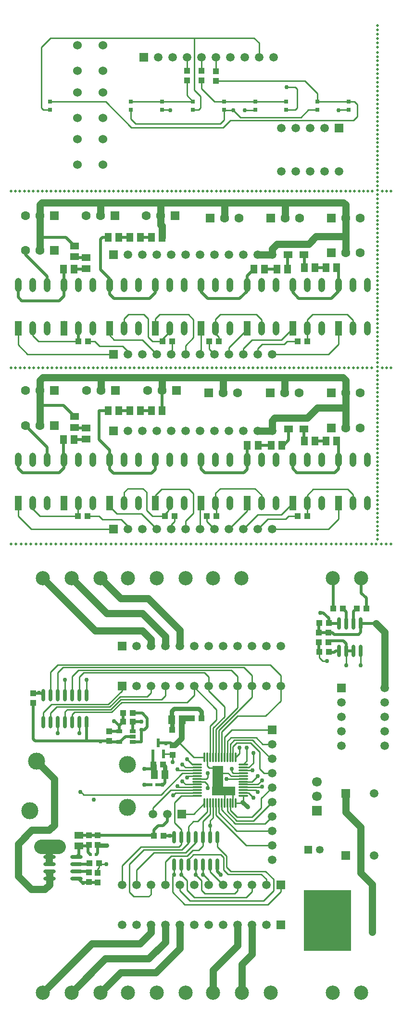
<source format=gtl>
%FSDAX24Y24*%
%MOIN*%
%SFA1B1*%

%IPPOS*%
%ADD10R,0.039400X0.043300*%
%ADD11O,0.023600X0.086600*%
%ADD12R,0.043300X0.039400*%
%ADD13R,0.051200X0.059100*%
%ADD14R,0.059100X0.051200*%
%ADD15R,0.031500X0.031500*%
%ADD16R,0.023600X0.019700*%
%ADD17O,0.070900X0.011800*%
%ADD18O,0.011800X0.070900*%
%ADD19R,0.043300X0.025600*%
%ADD20R,0.023600X0.059100*%
%ADD21O,0.086600X0.023600*%
%ADD22C,0.010000*%
%ADD23C,0.020000*%
%ADD24C,0.050000*%
%ADD25C,0.030000*%
%ADD26C,0.040000*%
%ADD27C,0.100000*%
%ADD28R,0.160000X0.060000*%
%ADD29R,0.075000X0.205000*%
%ADD30R,0.325000X0.420000*%
%ADD31C,0.019700*%
%ADD32C,0.059100*%
%ADD33R,0.059100X0.059100*%
%ADD34R,0.053100X0.053100*%
%ADD35C,0.053100*%
%ADD36R,0.059100X0.059100*%
%ADD37C,0.063000*%
%ADD38R,0.063000X0.063000*%
%ADD39C,0.118100*%
%ADD40C,0.098400*%
%ADD41C,0.060000*%
%ADD42R,0.066900X0.066900*%
%ADD43C,0.066900*%
%ADD44O,0.047200X0.098400*%
%ADD45R,0.047200X0.098400*%
%ADD46C,0.030000*%
%ADD47C,0.050000*%
%LNde-120824-1*%
%LPD*%
G54D10*
X022400Y076235D03*
Y075565D03*
X023400Y076235D03*
Y075565D03*
X024400Y076185D03*
Y075515D03*
X011750Y033135D03*
Y032465D03*
X017000Y029815D03*
Y030485D03*
X015600Y023285D03*
Y022615D03*
X016200Y023285D03*
Y022615D03*
X015600Y020050D03*
Y020719D03*
X016200Y020015D03*
Y020685D03*
X032200Y036665D03*
Y037335D03*
X031546D03*
Y036665D03*
X021400Y029535D03*
Y028865D03*
G54D11*
X021500Y021255D03*
X022000D03*
X022500D03*
X023000D03*
X023500D03*
X024000D03*
X024500D03*
X021500Y023145D03*
X022000D03*
X022500D03*
X023000D03*
X023500D03*
X024000D03*
X024500D03*
X034450Y037945D03*
X033950D03*
X033450D03*
X032950D03*
X034450Y036055D03*
X033950D03*
X033450D03*
X032950D03*
X012450Y031105D03*
X012950D03*
X013450D03*
X013950D03*
X014450D03*
X014950D03*
X015450D03*
X012450Y032995D03*
X012950D03*
X013450D03*
X013950D03*
X014450D03*
X014950D03*
X015450D03*
G54D12*
X020785Y023250D03*
X020115D03*
X023400Y031400D03*
X022731D03*
X021365Y030600D03*
X022035D03*
X020065Y028200D03*
X020735D03*
X032235Y038000D03*
X031565D03*
X034165Y039000D03*
X034835D03*
X033200D03*
X032531D03*
X032235Y036000D03*
X031565D03*
X017965Y031750D03*
X018635D03*
X017965Y031150D03*
X018635D03*
X015631Y021350D03*
X016300D03*
X014865Y057500D03*
X015535D03*
X014831Y045400D03*
X015500D03*
X020715Y057500D03*
X021385D03*
X020865Y045400D03*
X021535D03*
X024600Y057500D03*
X023931D03*
X024435Y045400D03*
X023765D03*
X030735Y057500D03*
X030065D03*
X030735Y045400D03*
X030065D03*
G54D13*
X021326Y031300D03*
X022074D03*
X020126Y027500D03*
X020874D03*
X013826Y062500D03*
X014574D03*
X013826Y050700D03*
X014574D03*
X016926Y064700D03*
X017674D03*
X018426D03*
X019174D03*
X019926D03*
X020674D03*
X016926Y052700D03*
X017674D03*
X018426D03*
X019174D03*
X019926D03*
X020674D03*
X027026Y062500D03*
X027774D03*
X028626D03*
X029374D03*
X026576Y050300D03*
X027324D03*
X028226D03*
X028974D03*
X032774Y062600D03*
X032026D03*
X031274D03*
X030526D03*
X032774Y050600D03*
X032026D03*
X031274D03*
X030526D03*
G54D14*
X014900Y023298D03*
Y022550D03*
X015400Y062526D03*
Y063274D03*
X014600Y063352D03*
Y064100D03*
X015400Y050726D03*
Y051474D03*
X014600Y051526D03*
Y052274D03*
X029400Y063476D03*
Y064224D03*
X029450Y051426D03*
Y052174D03*
X030500Y063476D03*
Y064224D03*
Y051426D03*
Y052174D03*
G54D15*
X018500Y073505D03*
Y074095D03*
X020657Y073505D03*
Y074095D03*
X022814Y073505D03*
Y074095D03*
X024971Y073505D03*
Y074095D03*
X027129Y073505D03*
Y074095D03*
X029286Y073505D03*
Y074095D03*
X031443Y073505D03*
Y074095D03*
X033600Y073505D03*
Y074095D03*
X012900Y073505D03*
Y074095D03*
G54D16*
X019903Y026800D03*
X020297D03*
X015703Y021950D03*
X016097D03*
G54D17*
X026294Y026017D03*
Y026214D03*
Y026411D03*
Y026608D03*
Y026805D03*
Y027002D03*
Y027198D03*
Y027395D03*
Y027592D03*
Y027789D03*
Y027986D03*
Y028183D03*
X023106D03*
Y027986D03*
Y027789D03*
Y027592D03*
Y027395D03*
Y027198D03*
Y027002D03*
Y026805D03*
Y026608D03*
Y026411D03*
Y026214D03*
Y026017D03*
G54D18*
X025783Y028694D03*
X025586D03*
X025389D03*
X025192D03*
X024995D03*
X024798D03*
X024602D03*
X024405D03*
X024208D03*
X024011D03*
X023814D03*
X023617D03*
Y025506D03*
X023814D03*
X024011D03*
X024208D03*
X024405D03*
X024602D03*
X024798D03*
X024995D03*
X025192D03*
X025389D03*
X025586D03*
X025783D03*
G54D19*
X017700Y029750D03*
Y030498D03*
X018645D03*
Y030124D03*
Y029750D03*
G54D20*
X020400Y029674D03*
X020774Y028926D03*
X020026D03*
G54D21*
X012855Y021800D03*
Y021300D03*
Y020800D03*
Y020300D03*
X014745Y021800D03*
Y021300D03*
Y020800D03*
Y020300D03*
G54D22*
X025400Y072800D02*
X033950D01*
X024900Y072300D02*
X025400Y072800D01*
X018550Y072300D02*
X024900D01*
X034005Y074095D02*
X034200Y073900D01*
Y073050D02*
Y073900D01*
X033950Y072800D02*
X034200Y073050D01*
X033600Y074095D02*
X034005D01*
X016755D02*
X018550Y072300D01*
X012900Y074095D02*
X016755D01*
X027400Y077150D02*
Y078150D01*
X027050Y078500D02*
X027400Y078150D01*
X022900Y078500D02*
X027050D01*
X012950D02*
X022900D01*
Y074900D02*
Y078500D01*
X012300Y077850D02*
X012950Y078500D01*
X012300Y073650D02*
Y077850D01*
Y073650D02*
X012445Y073505D01*
X012900*
X022900Y074900D02*
X023350Y074450D01*
Y073650D02*
Y074450D01*
X023205Y073505D02*
X023350Y073650D01*
X022814Y073505D02*
X023205D01*
X032900Y073500D02*
X032905Y073505D01*
X033600*
X030805D02*
X031443D01*
X030300Y073000D02*
X030805Y073505D01*
X026100Y073000D02*
X030300D01*
X025600Y073500D02*
X026100Y073000D01*
X021245Y073505D02*
X021250Y073500D01*
X020657Y073505D02*
X021245D01*
X018500Y072900D02*
Y073505D01*
Y072900D02*
X018850Y072550D01*
X024700*
X024971Y072821*
Y073505*
X024976Y073500D02*
X025600D01*
X024971Y073505D02*
X024976Y073500D01*
X026400D02*
X027124D01*
X027129Y073505*
X029300Y075100D02*
X029900D01*
X030050Y074950*
Y073650D02*
Y074950D01*
X029905Y073505D02*
X030050Y073650D01*
X029286Y073505D02*
X029905D01*
X031443Y074095D02*
X033600D01*
X020657D02*
X022814D01*
X018500D02*
X020657D01*
X031443D02*
Y074657D01*
X030585Y075515D02*
X031443Y074657D01*
X024400Y075515D02*
X030585D01*
X027129Y074095D02*
X029286D01*
X024971D02*
X027129D01*
X024305D02*
X024971D01*
X023400Y075000D02*
X024305Y074095D01*
X023400Y075000D02*
Y075565D01*
X022400Y074510D02*
X022814Y074095D01*
X022400Y074510D02*
Y075565D01*
X024400Y076185D02*
Y077150D01*
X023400Y076235D02*
Y077150D01*
X022400Y076235D02*
Y077150D01*
X015000Y026350D02*
X015250Y026100D01*
X024995Y026195D02*
X025100Y026300D01*
X023500Y020600D02*
X023900Y020200D01*
X026550Y028438D02*
Y029350D01*
X026810Y029690D02*
X027450Y029050D01*
X026930Y029870D02*
X028200Y028600D01*
X027650Y029600D02*
X028300D01*
X027200Y030050D02*
X027650Y029600D01*
X027000Y028300D02*
Y029000D01*
X027450Y027900D02*
Y029050D01*
X026294Y028183D02*
X026550Y028438D01*
X025450Y030050D02*
X027200D01*
X026686Y027986D02*
X027000Y028300D01*
X025840Y029690D02*
X026810D01*
X025670Y029870D02*
X026930D01*
X026050Y028962D02*
Y029350D01*
X025586Y029436D02*
X025840Y029690D01*
X025586Y028694D02*
Y029436D01*
X025389Y029589D02*
X025670Y029870D01*
X025389Y028694D02*
Y029589D01*
X025192Y029792D02*
X025450Y030050D01*
X025192Y028694D02*
Y029792D01*
X024995Y028694D02*
Y030095D01*
X024602Y028694D02*
Y030552D01*
X024405Y028694D02*
Y030609D01*
X024208Y028694D02*
Y030708D01*
X024011Y028694D02*
Y030861D01*
X026250Y025600D02*
X026294Y025644D01*
X026156Y025506D02*
X026250Y025600D01*
X026294Y025644D02*
Y026017D01*
X025783Y025506D02*
X026156D01*
X025400Y026300D02*
X025450D01*
X025100D02*
X025400D01*
X023814Y028086D02*
X023936Y027964D01*
X024179*
X024300Y027600D02*
X025250D01*
X023814Y028086D02*
Y028694D01*
X022075Y027025D02*
X022295Y026805D01*
X021750Y026700D02*
X021842Y026608D01*
X021261Y026411D02*
X023106D01*
X021450Y026050D02*
X021614Y026214D01*
X020600Y026100D02*
X022084Y027584D01*
X022400Y027300D02*
X022495Y027395D01*
X022289Y027986D02*
X023106D01*
X022075Y028200D02*
X022289Y027986D01*
X022767Y028183D02*
X023106D01*
X022400Y028550D02*
X022767Y028183D01*
X021811Y027789D02*
X023106D01*
X021400Y028350D02*
Y028865D01*
X021750Y027850D02*
X021811Y027789D01*
X022856Y028694D02*
X023617D01*
X021800Y029750D02*
X022856Y028694D01*
X023850Y026550D02*
Y026800D01*
Y027300D02*
Y027600D01*
X023748Y027198D02*
X023850Y027300D01*
X023106Y027198D02*
X023748D01*
X023648Y027002D02*
X023850Y026800D01*
X023106Y027002D02*
X023648D01*
X024995Y025506D02*
Y026195D01*
X025450Y026300D02*
X025586Y026164D01*
Y025506D02*
Y026164D01*
X025250Y027600D02*
X025455Y027395D01*
X026294*
X033450Y035050D02*
Y036055D01*
X034450Y035050D02*
Y036055D01*
X031565Y035585D02*
Y036000D01*
Y035585D02*
X031800Y035350D01*
X032100*
X025783Y028694D02*
X026050Y028962D01*
X026294Y027986D02*
X026686D01*
X026939Y027789D02*
X026950Y027800D01*
X026294Y027789D02*
X026939D01*
X025152Y027198D02*
X026294D01*
X025150Y027200D02*
X025152Y027198D01*
X025500Y027700D02*
Y027900D01*
Y027700D02*
X025608Y027592D01*
X026294*
X025192Y024958D02*
Y025506D01*
X024208Y024508D02*
Y025506D01*
X021842Y026608D02*
X023106D01*
X022017Y026017D02*
X023106D01*
X022084Y027584D02*
X023098D01*
X023814Y024914D02*
Y025506D01*
X022862Y024750D02*
X023617Y025506D01*
X024798Y025052D02*
Y025506D01*
X024602Y024848D02*
Y025506D01*
X021614Y026214D02*
X023106D01*
X024405Y024695D02*
Y025506D01*
X022495Y027395D02*
X023106D01*
X022295Y026805D02*
X023106D01*
X025389Y025016D02*
Y025506D01*
X024011Y024761D02*
Y025506D01*
X016300Y021350D02*
X016350Y021300D01*
X016800*
X016300Y021050D02*
Y021350D01*
X016200Y020950D02*
X016300Y021050D01*
X016200Y020685D02*
Y020950D01*
X027558Y026608D02*
X027600Y026650D01*
X026902Y027002D02*
X027300Y027400D01*
X027305Y026805D02*
X027600Y027100D01*
X026294Y026805D02*
X027305D01*
X026294Y027002D02*
X026902D01*
X026294Y026608D02*
X027558D01*
X027164Y026411D02*
X027300Y026275D01*
X026294Y026411D02*
X027164D01*
X026686Y026214D02*
X027000Y025900D01*
X026294Y026214D02*
X026686D01*
X021500Y020550D02*
Y021255D01*
X021400Y020450D02*
X021500Y020550D01*
X024000Y023950D02*
Y024300D01*
X024208Y024508*
X023500Y024250D02*
X024011Y024761D01*
X023500Y023145D02*
Y024250D01*
X022500Y023145D02*
Y023900D01*
X022850Y024250*
X023150*
X023814Y024914*
X022050Y024750D02*
X022862D01*
X021550Y025550D02*
X022017Y026017D01*
X021550Y024150D02*
Y025550D01*
Y024150D02*
X022000Y023700D01*
Y023145D02*
Y023700D01*
X023098Y027584D02*
X023106Y027592D01*
X015250Y026100D02*
X020600D01*
X024011Y030861D02*
X024450Y031300D01*
Y032000*
X022900Y033550D02*
X024450Y032000D01*
X022900Y033550D02*
Y033622D01*
Y033000D02*
Y033550D01*
X023900Y033300D02*
Y033622D01*
X025000Y031500D02*
Y032200D01*
X023900Y033300D02*
X025000Y032200D01*
X024208Y030708D02*
X025000Y031500D01*
X024405Y030609D02*
X025900Y032105D01*
Y033622*
X026900Y032850D02*
Y033622D01*
X024602Y030552D02*
X026900Y032850D01*
X028900Y032600D02*
Y033622D01*
X027850Y031550D02*
X028900Y032600D01*
X025900Y031550D02*
X027850D01*
X024798Y030448D02*
X025900Y031550D01*
X024798Y028694D02*
Y030448D01*
X025500Y030600D02*
X028300D01*
X024995Y030095D02*
X025500Y030600D01*
X028200Y028600D02*
X028300D01*
X027750Y027600D02*
X028300D01*
X027450Y027900D02*
X027750Y027600D01*
X027550Y025850D02*
X028300Y026600D01*
X027550Y025200D02*
Y025850D01*
X026900Y024550D02*
X027550Y025200D01*
X025855Y024550D02*
X026900D01*
X025389Y025016D02*
X025855Y024550D01*
X027000Y024300D02*
X028300Y025600D01*
X025850Y024300D02*
X027000D01*
X025192Y024958D02*
X025850Y024300D01*
X027800Y024100D02*
X028300Y024600D01*
X025750Y024100D02*
X027800D01*
X024798Y025052D02*
X025750Y024100D01*
X025850Y023600D02*
X028300D01*
X024602Y024848D02*
X025850Y023600D01*
X026500Y022600D02*
X028300D01*
X024405Y024695D02*
X026500Y022600D01*
X032900Y057300D02*
Y058400D01*
X032200Y056600D02*
X032900Y057300D01*
X028300Y056600D02*
X032200D01*
X033900Y058400D02*
Y058950D01*
X033500Y059350D02*
X033900Y058950D01*
X031100Y059350D02*
X033500D01*
X030729Y058979D02*
X031100Y059350D01*
X030729Y058400D02*
Y058979D01*
Y058400D02*
X030735Y058394D01*
Y057500D02*
Y058394D01*
X029350Y057500D02*
X030065D01*
X029150Y057300D02*
X029350Y057500D01*
X027600Y057300D02*
X029150D01*
X027300Y057000D02*
X027600Y057300D01*
X027300Y056600D02*
Y057000D01*
X026300Y056600D02*
Y057000D01*
X022850Y057750D02*
Y059000D01*
X022500Y059350D02*
X022850Y059000D01*
X020500Y059350D02*
X022500D01*
X020214Y059064D02*
X020500Y059350D01*
X020214Y058400D02*
Y059064D01*
X024700Y059350D02*
X027200D01*
X024386Y059036D02*
X024700Y059350D01*
X024386Y058400D02*
Y059036D01*
X027200Y059350D02*
X027557Y058993D01*
Y058400D02*
Y058993D01*
X026557Y058307D02*
Y058400D01*
X025300Y057050D02*
X026557Y058307D01*
X025300Y056600D02*
Y057050D01*
X024600Y057500D02*
Y057800D01*
X024386Y058014D02*
X024600Y057800D01*
X024386Y058014D02*
Y058400D01*
X023931Y056969D02*
X024300Y056600D01*
X023931Y056969D02*
Y057500D01*
X023300Y056600D02*
X023386Y056686D01*
Y058400*
X022300Y056600D02*
Y057200D01*
X022850Y057750*
X021300Y056600D02*
X021385Y056685D01*
Y057500*
X021214Y058164D02*
Y058400D01*
X020715Y057665D02*
X021214Y058164D01*
X020715Y057500D02*
Y057665D01*
X020000Y057500D02*
X020715D01*
X019700Y057800D02*
X020000Y057500D01*
X019700Y057800D02*
Y059050D01*
X019400Y059350D02*
X019700Y059050D01*
X018350Y059350D02*
X019400D01*
X018043Y059043D02*
X018350Y059350D01*
X018043Y058400D02*
Y059043D01*
X017350Y057600D02*
X019300D01*
X017043Y057907D02*
X017350Y057600D01*
X019300D02*
X020300Y056600D01*
X017043Y057907D02*
Y058400D01*
X019300Y056600D02*
Y056850D01*
X013871Y058400D02*
Y058871D01*
X012100Y057500D02*
X014865D01*
X011700Y057900D02*
X012100Y057500D01*
X011700Y057900D02*
Y058400D01*
X015535Y057500D02*
X016000D01*
X016350Y057150*
X017950*
X018300Y056800*
Y056600D02*
Y056800D01*
X010700Y057250D02*
Y058400D01*
Y057250D02*
X011350Y056600D01*
X017300*
X015450Y032995D02*
Y034050D01*
X013950Y032995D02*
Y034050D01*
X013450Y030350D02*
Y031105D01*
X014950Y030350D02*
Y031105D01*
X017000Y030485D02*
X017013Y030498D01*
X017864Y032500D02*
X022400D01*
X017174Y031810D02*
X017864Y032500D01*
X014610Y031810D02*
X017174D01*
X017809Y032700D02*
X020650D01*
X017099Y031990D02*
X017809Y032700D01*
X014090Y031990D02*
X017099D01*
X017755Y032900D02*
X019650D01*
X017025Y032170D02*
X017755Y032900D01*
X013370Y032170D02*
X017025D01*
X017900Y033300D02*
Y033622D01*
X016950Y032350D02*
X017900Y033300D01*
X013000Y032350D02*
X016950D01*
X021339Y028926D02*
X021400Y028865D01*
X020774Y028926D02*
X021339D01*
X020050Y025200D02*
X021261Y026411D01*
X020050Y024750D02*
Y025200D01*
X023200Y022250D02*
X023500Y022550D01*
X022800Y022250D02*
X023200D01*
X022400Y021850D02*
X022800Y022250D01*
X023500Y022550D02*
Y023145D01*
X028400Y019450D02*
Y020250D01*
X027700Y018750D02*
X028400Y019450D01*
X022600Y018750D02*
X027700D01*
X028000Y018500D02*
X028900Y019400D01*
X022250Y018500D02*
X028000D01*
X021400Y019350D02*
X022250Y018500D01*
X021400Y019350D02*
Y020450D01*
X028900Y019400D02*
Y019843D01*
X021900Y019450D02*
X022600Y018750D01*
X021900Y019450D02*
Y019843D01*
X026500Y019000D02*
X026900Y019400D01*
X022900Y019000D02*
X026500D01*
X022400Y019500D02*
X022900Y019000D01*
X026900Y019400D02*
Y019843D01*
X022400Y019500D02*
Y020150D01*
X025700Y019250D02*
X025900Y019450D01*
X023650Y019250D02*
X025700D01*
X023400Y019500D02*
X023650Y019250D01*
X025900Y019450D02*
Y019843D01*
X023400Y019500D02*
Y020150D01*
X027850Y020800D02*
X028400Y020250D01*
X025450Y020800D02*
X027850D01*
X025150Y021100D02*
X025450Y020800D01*
X025150Y021100D02*
Y021850D01*
X024500Y022500D02*
X025150Y021850D01*
X024500Y022500D02*
Y023145D01*
X024950Y020900D02*
Y021750D01*
Y020900D02*
X025250Y020600D01*
X027550*
X024750Y021950D02*
X024950Y021750D01*
X022850Y021950D02*
X024750D01*
X020900Y021450D02*
X021300Y021850D01*
X020900Y019843D02*
Y021450D01*
X021300Y021850D02*
X022400D01*
X023000Y022800D02*
Y023145D01*
X022300Y022100D02*
X023000Y022800D01*
X020100Y022100D02*
X022300D01*
X022500Y021600D02*
X022850Y021950D01*
X022500Y021255D02*
Y021600D01*
X022050Y022300D02*
X022500Y022750D01*
X019400Y022300D02*
X022050D01*
X021850Y022500D02*
X022000Y022650D01*
X019200Y022500D02*
X021850D01*
X018900Y020900D02*
X020100Y022100D01*
X018400Y021300D02*
X019400Y022300D01*
X018400Y019350D02*
Y021300D01*
X022500Y022750D02*
Y023145D01*
X017900Y021200D02*
X019200Y022500D01*
X022000Y022650D02*
Y023145D01*
X019900Y019200D02*
Y019843D01*
X019750Y019050D02*
X019900Y019200D01*
X018700Y019050D02*
X019750D01*
X018400Y019350D02*
X018700Y019050D01*
X018900Y019843D02*
Y020900D01*
X017900Y019843D02*
Y021200D01*
X027550Y020600D02*
X027900Y020250D01*
Y019843D02*
Y020250D01*
X023000Y020550D02*
X023400Y020150D01*
X023000Y020550D02*
Y021255D01*
X022000Y020550D02*
X022400Y020150D01*
X022000Y020550D02*
Y021255D01*
X024000Y023145D02*
Y023850D01*
Y020743D02*
X024900Y019843D01*
X024000Y020743D02*
Y021255D01*
X023900Y019843D02*
Y020200D01*
X023500Y020600D02*
Y021255D01*
X014450Y031650D02*
X014610Y031810D01*
X013440Y035090D02*
X028160D01*
X012950Y034600D02*
X013440Y035090D01*
X012950Y032995D02*
Y034600D01*
X014880Y034730D02*
X025470D01*
X014450Y034300D02*
X014880Y034730D01*
X014450Y032995D02*
Y034300D01*
X025470Y034730D02*
X025900Y034300D01*
X028160Y035090D02*
X028900Y034350D01*
X026340Y034910D02*
X026900Y034350D01*
X013810Y034910D02*
X026340D01*
X013450Y034550D02*
X013810Y034910D01*
X015250Y034550D02*
X023600D01*
X014950Y034250D02*
X015250Y034550D01*
X014950Y032995D02*
Y034250D01*
X013450Y032995D02*
Y034550D01*
X022400Y032500D02*
X022900Y033000D01*
X014450Y031105D02*
Y031650D01*
X020900Y032950D02*
Y033622D01*
X020650Y032700D02*
X020900Y032950D01*
X013950Y031850D02*
X014090Y031990D01*
X013950Y031105D02*
Y031850D01*
X019650Y032900D02*
X019900Y033150D01*
Y033622*
X012950Y031750D02*
X013370Y032170D01*
X012450Y031800D02*
X013000Y032350D01*
X012950Y031105D02*
Y031750D01*
X012450Y031105D02*
Y031800D01*
X028900Y033622D02*
Y034350D01*
X023900Y033622D02*
Y034250D01*
X023600Y034550D02*
X023900Y034250D01*
X025900Y033622D02*
Y034300D01*
X026900Y033622D02*
Y034350D01*
X011600Y044500D02*
X017300D01*
X010700Y045400D02*
X011600Y044500D01*
X010700Y045400D02*
Y046300D01*
X014831Y045400D02*
Y046259D01*
X014871Y046300*
X012200Y045400D02*
X014831D01*
X011700Y045900D02*
X012200Y045400D01*
X011700Y045900D02*
Y046300D01*
X017043Y046057D02*
Y046300D01*
X019300Y044500D02*
Y044750D01*
X017043Y046057D02*
X017550Y045550D01*
X019250*
X020300Y044500*
X018300D02*
Y044700D01*
X015500Y045400D02*
X016300D01*
X016550Y045150*
X017850*
X018300Y044700*
X021300Y044500D02*
Y044800D01*
X021535Y045035*
Y045400*
X021100Y046186D02*
X021214Y046300D01*
X021100Y045750D02*
Y046186D01*
X020865Y045515D02*
X021100Y045750D01*
X020865Y045400D02*
Y045515D01*
X020000Y045400D02*
X020865D01*
X019600Y045800D02*
X020000Y045400D01*
X019600Y045800D02*
Y047050D01*
X019350Y047300D02*
X019600Y047050D01*
X018300Y047300D02*
X019350D01*
X018043Y047043D02*
X018300Y047300D01*
X018043Y046300D02*
Y047043D01*
X020214Y046300D02*
Y046814D01*
X020650Y047250*
X022550*
X022850Y046950*
Y045600D02*
Y046950D01*
X022300Y045050D02*
X022850Y045600D01*
X022300Y044500D02*
Y045050D01*
X023300Y044500D02*
Y046214D01*
X023386Y046300*
X023765Y045035D02*
Y045400D01*
Y045035D02*
X024300Y044500D01*
X024435Y045400D02*
Y046251D01*
X024386Y046300D02*
X024435Y046251D01*
X024386Y046300D02*
Y046986D01*
X024700Y047300*
X027100*
X027557Y046843*
Y046300D02*
Y046843D01*
X026557Y045757D02*
Y046300D01*
X025300Y044500D02*
X026557Y045757D01*
X026300Y044500D02*
X027300Y045500D01*
X028929*
X029729Y046300*
X029450Y045400D02*
X030065D01*
X029250Y045200D02*
X029450Y045400D01*
X028000Y045200D02*
X029250D01*
X027300Y044500D02*
X028000Y045200D01*
X030735Y045400D02*
Y046294D01*
X030729Y046300D02*
X030735Y046294D01*
X030729Y046300D02*
Y046829D01*
X031150Y047250*
X033550*
X033900Y046900*
Y046300D02*
Y046900D01*
X028300Y044500D02*
X032200D01*
X032900Y045200*
Y046300*
X026300Y057000D02*
X026900Y057600D01*
X028929*
X029729Y058400*
G54D23*
X018645Y031140D02*
X018655Y031150D01*
X020297Y026800D02*
X020750D01*
X031546Y037335D02*
X032465D01*
X015485Y029815D02*
X017000D01*
X019981Y023285D02*
X020115Y023150D01*
X015135Y020015D02*
X016200D01*
X014900Y023298D02*
X016187D01*
X017385Y031200D02*
X017700Y030885D01*
X020400Y029674D02*
X021261D01*
X011750Y033135D02*
X012310D01*
X030500Y063526D02*
X030526Y063500D01*
Y062600D02*
Y063500D01*
X017700Y030498D02*
Y030885D01*
X017350Y031200D02*
X017385D01*
X021200Y023250D02*
X021395D01*
X020785D02*
X021200D01*
X016200Y022053D02*
Y022615D01*
X019450Y026800D02*
D01*
X019903*
X019450Y027900D02*
X020126D01*
X024500Y020800D02*
X024750Y020550D01*
X024500Y020800D02*
Y021255D01*
X031274Y062600D02*
X032026D01*
X032774D02*
X032900Y062474D01*
Y061400D02*
Y062474D01*
X029374Y063450D02*
X029400Y063476D01*
X029374Y062500D02*
Y063450D01*
X027774Y062500D02*
X028626D01*
X026557Y061400D02*
Y062031D01*
X027026Y062500*
X019174Y064700D02*
X019926D01*
X017674D02*
X018426D01*
X016550D02*
X016926D01*
X016400Y064550D02*
X016550Y064700D01*
X016400Y062450D02*
Y064550D01*
Y062450D02*
X017043Y061807D01*
Y061400D02*
Y061807D01*
X012400Y064700D02*
X014000D01*
X014600Y064100*
Y063352D02*
X014678Y063274D01*
X015400*
X015374Y062500D02*
X015400Y062526D01*
X014574Y062500D02*
X015374D01*
X013826D02*
X013871Y062455D01*
Y061400D02*
Y062455D01*
Y060621D02*
Y061400D01*
X013550Y060300D02*
X013871Y060621D01*
X010950Y060300D02*
X013550D01*
X010700Y060550D02*
X010950Y060300D01*
X010700Y060550D02*
Y061400D01*
X011200Y063500D02*
Y063800D01*
Y063500D02*
X012700Y062000D01*
Y061400D02*
Y062000D01*
X014865Y058394D02*
X014871Y058400D01*
X014865Y057500D02*
Y058394D01*
X034450Y037945D02*
X035505D01*
X031650Y038700D02*
X031850D01*
X032235Y038315*
Y038000D02*
Y038315D01*
X031546Y037980D02*
X031565Y038000D01*
X031546Y037335D02*
Y037980D01*
X032465Y037335D02*
X032600Y037200D01*
X034300*
X034450Y037350*
Y037945*
X031546Y036020D02*
X031565Y036000D01*
X031546Y036020D02*
Y036665D01*
X032235Y036000D02*
X032285Y035950D01*
X032600*
X032705Y036055*
X032950*
X033250Y036750D02*
X033450Y036550D01*
X032285Y036750D02*
X033250D01*
X032200Y036665D02*
X032285Y036750D01*
X033450Y036055D02*
Y036550D01*
Y036055D02*
X033950D01*
X032235Y038000D02*
X032290Y037945D01*
X032950*
X034484Y040066D02*
Y041100D01*
Y040066D02*
X034835Y039715D01*
Y039000D02*
Y039715D01*
X032516Y041100D02*
X032531Y041085D01*
Y039000D02*
Y041085D01*
X033200Y039000D02*
X033450Y038750D01*
Y037945D02*
Y038750D01*
X033950Y038785D02*
X034165Y039000D01*
X033950Y037945D02*
Y038785D01*
X020115Y023250D02*
Y023665D01*
X020400Y023950*
X020750*
X021050Y024250*
Y024750*
X021395Y023250D02*
X021500Y023145D01*
X016200Y023285D02*
X019981D01*
X016187Y023298D02*
X016200Y023285D01*
X014850Y020300D02*
X015135Y020015D01*
X014745Y020300D02*
X014850D01*
X015519Y020800D02*
X015600Y020719D01*
X014745Y020800D02*
X015519D01*
X015581Y021300D02*
X015631Y021350D01*
X014745Y021300D02*
X015581D01*
X016097Y021950D02*
X016200Y022053D01*
X015535Y022119D02*
Y022550D01*
Y022119D02*
X015703Y021950D01*
X014900Y022550D02*
X015535D01*
X014900Y021955D02*
Y022550D01*
X014745Y021800D02*
X014900Y021955D01*
X011885Y029815D02*
X015485D01*
X015450Y029850D02*
X015485Y029815D01*
X015450Y029850D02*
Y031105D01*
X011750Y029950D02*
X011885Y029815D01*
X011750Y029950D02*
Y032465D01*
X012310Y033135D02*
X012450Y032995D01*
X018655Y031150D02*
X019250D01*
X019650Y030800D02*
Y031400D01*
X019300Y031750D02*
X019650Y031400D01*
X018635Y031750D02*
X019300D01*
X019450Y030600D02*
X019650Y030800D01*
X019250Y030600D02*
X019450D01*
X019250Y029750D02*
Y030600D01*
X018645Y029750D02*
X019250D01*
X018645Y030498D02*
Y031140D01*
X017000Y029815D02*
X017065Y029750D01*
X017700*
X017750*
X018124Y030124*
X018645*
X017965Y031150D02*
Y031750D01*
X017700Y030885D02*
X017965Y031150D01*
X017013Y030498D02*
X017700D01*
X020874Y026924D02*
Y027500D01*
X020750Y026800D02*
X020874Y026924D01*
X020026Y028239D02*
Y028926D01*
Y028239D02*
X020065Y028200D01*
X021261Y029674D02*
X021400Y029535D01*
X012700Y049300D02*
Y050169D01*
X011200Y051669D02*
X012700Y050169D01*
X010700Y048700D02*
Y049300D01*
Y048700D02*
X011000Y048400D01*
X013550*
X013871Y048721*
Y049300*
X013826Y049345D02*
Y050700D01*
Y049345D02*
X013871Y049300D01*
X014574Y050700D02*
X015374D01*
X015400Y050726*
X014652Y051474D02*
X015400D01*
X014600Y051526D02*
X014652Y051474D01*
X013824Y053050D02*
X014600Y052274D01*
X012200Y053050D02*
X013824D01*
X017674Y052700D02*
X018426D01*
X019174D02*
X019926D01*
X020674D02*
Y054094D01*
X020680Y054100*
X017043Y049300D02*
Y049957D01*
X016300Y052700D02*
X016926D01*
X016300Y050700D02*
X017043Y049957D01*
X016300Y050700D02*
Y052700D01*
X026557Y049300D02*
Y050281D01*
X026576Y050300*
X027324D02*
X028226D01*
X028974D02*
X029100D01*
X029450Y050650*
Y051426*
X030500Y050626D02*
Y051426D01*
Y050626D02*
X030526Y050600D01*
X031274D02*
X032026D01*
X032774D02*
X032900Y050474D01*
Y049300D02*
Y050474D01*
X017043Y060757D02*
Y061400D01*
Y060757D02*
X017350Y060450D01*
X019800*
X020214Y060864*
Y061400*
X023386Y060914D02*
Y061400D01*
Y060914D02*
X023850Y060450D01*
X026050*
X026557Y060957*
Y061400*
X029729Y060871D02*
Y061400D01*
X032900Y060950D02*
Y061400D01*
X029729Y060871D02*
X030150Y060450D01*
X032400*
X032900Y060950*
X019950Y048350D02*
X020214Y048614D01*
Y049300*
X026350Y048400D02*
X026557Y048607D01*
Y049300*
X032650Y048400D02*
X032900Y048650D01*
Y049300*
X029729Y048671D02*
Y049300D01*
Y048671D02*
X030000Y048400D01*
X032650*
X023386Y048664D02*
Y049300D01*
Y048664D02*
X023650Y048400D01*
X026350*
X017043Y048607D02*
Y049300D01*
Y048607D02*
X017300Y048350D01*
X019950*
G54D24*
X012850Y021450D02*
Y022400D01*
X033400Y064750D02*
Y066031D01*
Y063631D02*
Y064750D01*
X031350D02*
X033400D01*
X030824Y064224D02*
X031350Y064750D01*
X030500Y064224D02*
X030824D01*
X029400D02*
X030500D01*
X028624D02*
X029400D01*
X028300Y063900D02*
X028624Y064224D01*
X028300Y063500D02*
Y063900D01*
X027300Y063500D02*
X028300D01*
X025000Y067100D02*
X029300D01*
X020450D02*
X025000D01*
X025018Y067082*
Y066031D02*
Y067082D01*
X029300Y067100D02*
X033250D01*
X029209Y067009D02*
X029300Y067100D01*
X029209Y066031D02*
Y067009D01*
X016450Y067100D02*
X020450D01*
X033400Y066031D02*
Y066950D01*
X033250Y067100D02*
X033400Y066950D01*
X012350Y067100D02*
X016450D01*
X016391Y067041D02*
X016450Y067100D01*
X016391Y066200D02*
Y067041D01*
X012200Y066950D02*
X012350Y067100D01*
X012200Y066200D02*
Y066950D01*
X020582Y066200D02*
Y066968D01*
X020450Y067100D02*
X020582Y066968D01*
Y065568D02*
Y066200D01*
Y065568D02*
X020674Y065476D01*
Y064700D02*
Y065476D01*
X012200Y063800D02*
Y066200D01*
X036100Y033500D02*
Y037350D01*
X035505Y037945D02*
X036100Y037350D01*
X034450Y020700D02*
Y023850D01*
X033400Y024900D02*
X034450Y023850D01*
X033400Y024900D02*
Y026200D01*
X035250Y016594D02*
Y019900D01*
X034450Y020700D02*
X035250Y019900D01*
X025900Y015650D02*
Y017100D01*
X024200Y013950D02*
X025900Y015650D01*
X024200Y012400D02*
Y013950D01*
X011987Y028413D02*
X013200Y027199D01*
Y024000D02*
Y027199D01*
X012850Y023650D02*
X013200Y024000D01*
X011650Y023650D02*
X012850D01*
X010700Y022700D02*
X011650Y023650D01*
X010700Y020450D02*
Y022700D01*
Y020450D02*
X011600Y019550D01*
X012550*
X012855Y019855*
Y020300*
X012850Y020650D02*
X012855Y020645D01*
Y020300D02*
Y020645D01*
X012850Y022400D02*
X012950Y022500D01*
X026200Y012400D02*
Y014350D01*
X026900Y015050*
Y017100*
X021900Y015450D02*
Y017100D01*
X020250Y013800D02*
X021900Y015450D01*
X017800Y013800D02*
X020250D01*
X016400Y012400D02*
X017800Y013800D01*
X019750Y014750D02*
X020900Y015900D01*
X016750Y014750D02*
X019750D01*
X014400Y012400D02*
X016750Y014750D01*
X019900Y016550D02*
Y017100D01*
X019150Y015800D02*
X019900Y016550D01*
X015800Y015800D02*
X019150D01*
X012400Y012400D02*
X015800Y015800D01*
X020900Y015900D02*
Y017100D01*
X019300Y038650D02*
X020900Y037050D01*
X016850Y038650D02*
X019300D01*
X014400Y041100D02*
X016850Y038650D01*
X019700Y039700D02*
X021900Y037500D01*
X017800Y039700D02*
X019700D01*
X016400Y041100D02*
X017800Y039700D01*
X019300Y037450D02*
X019900Y036850D01*
X016050Y037450D02*
X019300D01*
X012400Y041100D02*
X016050Y037450D01*
X021900Y036378D02*
Y037500D01*
X020900Y036378D02*
Y037050D01*
X019900Y036378D02*
Y036850D01*
X012200Y054100D02*
Y054800D01*
X012400Y055000*
X033200D02*
X033400Y054800D01*
Y053931D02*
Y054800D01*
X027300Y051300D02*
X028300D01*
Y052000*
X028474Y052174*
X029450*
X030500*
X030724*
X031450Y052900*
X033400*
Y051500D02*
Y052900D01*
Y053931*
X016440Y054100D02*
Y054990D01*
X016450Y055000*
X012400D02*
X016450D01*
X020680Y054100D02*
Y054920D01*
X020600Y055000D02*
X020680Y054920D01*
X016450Y055000D02*
X020600D01*
X024920Y053931D02*
Y054980D01*
X024900Y055000D02*
X024920Y054980D01*
X020600Y055000D02*
X024900D01*
X029160Y053931D02*
Y054990D01*
X029150Y055000D02*
X029160Y054990D01*
X024900Y055000D02*
X029150D01*
X033200*
X012200Y051669D02*
Y053050D01*
Y054100*
G54D25*
X022450Y032050D02*
X023200D01*
X021500D02*
X022450D01*
X023400Y031400D02*
Y031850D01*
X023200Y032050D02*
X023400Y031850D01*
X021326Y031876D02*
X021500Y032050D01*
X021326Y031300D02*
Y031876D01*
Y031300D02*
X021365Y031261D01*
Y030600D02*
Y031261D01*
X016200Y022615D02*
X016215Y022600D01*
X016850*
X026250Y025600D02*
X026600Y025250D01*
X020126Y027900D02*
Y028139D01*
Y027500D02*
Y027900D01*
X020065Y028200D02*
X020126Y028139D01*
X020874Y027500D02*
Y028061D01*
X020735Y028200D02*
X020874Y028061D01*
G54D26*
X021800Y029750D02*
X022035Y029985D01*
X021585Y029535D02*
X021800Y029750D01*
X022035Y029985D02*
Y030600D01*
X021400Y029535D02*
X021585D01*
X022035Y031261D02*
X022074Y031300D01*
X022035Y030600D02*
Y031261D01*
X022074Y031300D02*
X022174Y031400D01*
X022731*
G54D27*
X012950Y022500D02*
X013500D01*
X012300D02*
X012950D01*
G54D28*
X024950Y026350D03*
G54D29*
X024525Y027075D03*
G54D30*
X032125Y017400D03*
G54D31*
X035591Y078148D03*
Y078446D03*
Y078745D03*
Y077850D03*
Y079341D03*
Y079043D03*
Y044098D03*
Y043800D03*
X035200Y043465D03*
X035591Y044993D03*
Y044695D03*
Y044396D03*
Y050659D03*
Y050958D03*
Y051256D03*
Y051554D03*
Y047975D03*
Y048273D03*
Y048572D03*
Y049466D03*
Y049168D03*
Y048870D03*
Y050361D03*
Y050063D03*
Y049765D03*
Y047081D03*
Y047379D03*
Y047677D03*
Y046186D03*
Y046484D03*
Y046782D03*
Y045888D03*
Y045589D03*
Y045291D03*
Y051852D03*
Y052150D03*
Y052449D03*
Y053343D03*
Y053045D03*
Y052747D03*
Y054238D03*
Y053940D03*
Y053642D03*
Y056326D03*
Y056624D03*
Y056922D03*
Y055431D03*
Y055729D03*
Y056027D03*
Y055133D03*
Y054835D03*
Y054536D03*
Y059010D03*
Y059308D03*
Y059606D03*
Y058115D03*
Y058413D03*
Y058712D03*
Y057817D03*
Y057519D03*
Y057220D03*
Y065273D03*
Y065571D03*
Y065869D03*
Y066764D03*
Y066465D03*
Y066167D03*
Y067658D03*
Y067360D03*
Y067062D03*
Y062588D03*
Y062887D03*
Y063185D03*
Y064080D03*
Y063781D03*
Y063483D03*
Y064974D03*
Y064676D03*
Y064378D03*
Y061694D03*
Y061992D03*
Y062290D03*
Y060799D03*
Y061097D03*
Y061396D03*
Y060501D03*
Y060203D03*
Y059904D03*
Y070641D03*
Y070939D03*
Y071237D03*
Y072132D03*
Y071834D03*
Y071535D03*
Y069746D03*
Y070044D03*
Y070342D03*
Y068851D03*
Y069150D03*
Y069448D03*
Y068553D03*
Y068255D03*
Y067957D03*
Y076605D03*
Y076904D03*
Y077202D03*
Y077500D03*
Y073921D03*
Y074219D03*
Y074518D03*
Y075412D03*
Y075114D03*
Y074816D03*
Y076307D03*
Y076009D03*
Y075711D03*
Y073027D03*
Y073325D03*
Y073623D03*
Y072430D03*
Y072728D03*
X010200Y067874D03*
X010509D03*
X010819D03*
X011746D03*
X011437D03*
X011128D03*
X012674D03*
X012365D03*
X012056D03*
X014839D03*
X015148D03*
X015457D03*
X013911D03*
X014220D03*
X014530D03*
X013602D03*
X013293D03*
X012983D03*
X017622D03*
X017931D03*
X018241D03*
X016694D03*
X017004D03*
X017313D03*
X016385D03*
X016076D03*
X015767D03*
X024117D03*
X024426D03*
X024735D03*
X025663D03*
X025354D03*
X025044D03*
X026591D03*
X026281D03*
X025972D03*
X021333D03*
X021643D03*
X021952D03*
X022880D03*
X022570D03*
X022261D03*
X023807D03*
X023498D03*
X023189D03*
X020406D03*
X020715D03*
X021024D03*
X019478D03*
X019787D03*
X020096D03*
X019169D03*
X018859D03*
X018550D03*
X032467D03*
X032776D03*
X033085D03*
X034013D03*
X033704D03*
X033394D03*
X034941D03*
X034631D03*
X034322D03*
X029683D03*
X029993D03*
X030302D03*
X031230D03*
X030920D03*
X030611D03*
X032157D03*
X031848D03*
X031539D03*
X028756D03*
X029065D03*
X029374D03*
X027828D03*
X028137D03*
X028446D03*
X027518D03*
X027209D03*
X026900D03*
X035950D03*
X036250D03*
X036550D03*
X035250D03*
X010200Y055669D03*
X010516D03*
X010833D03*
X011782D03*
X011466D03*
X011149D03*
X012732D03*
X012415D03*
X012099D03*
X014947D03*
X015263D03*
X015580D03*
X013997D03*
X014314D03*
X014630D03*
X013681D03*
X013365D03*
X013048D03*
X017795D03*
X018111D03*
X018428D03*
X016846D03*
X017162D03*
X017478D03*
X016529D03*
X016213D03*
X015896D03*
X024441D03*
X024757D03*
X025073D03*
X026023D03*
X025706D03*
X025390D03*
X026972D03*
X026656D03*
X026339D03*
X021592D03*
X021909D03*
X022225D03*
X023175D03*
X022858D03*
X022542D03*
X024124D03*
X023808D03*
X023491D03*
X020643D03*
X020959D03*
X021276D03*
X019694D03*
X020010D03*
X020327D03*
X019377D03*
X019061D03*
X018744D03*
X032985D03*
X033301D03*
X033618D03*
X034567D03*
X034251D03*
X033934D03*
X030137D03*
X030453D03*
X030770D03*
X031719D03*
X031403D03*
X031086D03*
X032668D03*
X032352D03*
X032035D03*
X029187D03*
X029504D03*
X029820D03*
X028238D03*
X028554D03*
X028871D03*
X027922D03*
X027605D03*
X027289D03*
X035930D03*
X036240D03*
X036550D03*
X035200D03*
X034884D03*
X026149Y043465D03*
X026495D03*
X026842D03*
X027882D03*
X027535D03*
X027189D03*
X028922D03*
X028576D03*
X028229D03*
X029962D03*
X029616D03*
X029269D03*
X018521D03*
X018174D03*
X018868D03*
X021988D03*
X022335D03*
X022682D03*
X020948D03*
X021295D03*
X021641D03*
X025455D03*
X025802D03*
X023375D03*
X023028D03*
X015401D03*
X015747D03*
X016094D03*
X017134D03*
X016787D03*
X016441D03*
X017828D03*
X017481D03*
X013320D03*
X013667D03*
X014014D03*
X014361D03*
X015054D03*
X014707D03*
X012280D03*
X012627D03*
X012974D03*
X011240D03*
X011587D03*
X011934D03*
X010893D03*
X010547D03*
X010200D03*
X019561D03*
X019214D03*
X020601D03*
X020255D03*
X019908D03*
X031349D03*
X031696D03*
X032043D03*
X030309D03*
X030656D03*
X031003D03*
X033430D03*
X033776D03*
X033083D03*
X032736D03*
X032389D03*
X025108D03*
X024068D03*
X024415D03*
X024762D03*
X023722D03*
X034123D03*
X034470D03*
X034816D03*
X036550D03*
X036203D03*
X035856D03*
X035510D03*
G54D32*
X028950Y069250D03*
X029950D03*
X030950D03*
X031950D03*
X032950D03*
X028950Y072250D03*
X029950D03*
X030950D03*
X031950D03*
X035384Y021900D03*
X035368Y026200D03*
X027900Y019843D03*
X026900D03*
X025900D03*
X024900D03*
X023900D03*
X022900D03*
X021900D03*
X020900D03*
X019900D03*
X018900D03*
X017900D03*
X018900Y033622D03*
X019900D03*
X020900D03*
X021900D03*
X022900D03*
X023900D03*
X024900D03*
X025900D03*
X026900D03*
X027900D03*
X028900D03*
X020050Y024750D03*
X021050D03*
X028300Y029600D03*
Y027600D03*
Y026600D03*
Y025600D03*
Y024600D03*
Y023600D03*
Y022600D03*
Y021600D03*
Y028600D03*
X027900Y017100D03*
X026900D03*
X025900D03*
X024900D03*
X023900D03*
X022900D03*
X021900D03*
X020900D03*
X019900D03*
X018900D03*
X017900D03*
X018900Y036378D03*
X019900D03*
X020900D03*
X021900D03*
X022900D03*
X023900D03*
X024900D03*
X025900D03*
X026900D03*
X027900D03*
X028900D03*
X018300Y056600D03*
X019300D03*
X020300D03*
X021300D03*
X022300D03*
X023300D03*
X024300D03*
X025300D03*
X026300D03*
X027300D03*
X028300D03*
X020400Y077150D03*
X022400D03*
X023400D03*
X024400D03*
X025400D03*
X026400D03*
X027400D03*
X028400D03*
X021400D03*
X018300Y063500D03*
X019300D03*
X020300D03*
X021300D03*
X022300D03*
X023300D03*
X024300D03*
X025300D03*
X026300D03*
X027300D03*
X028300D03*
X018300Y044500D03*
X019300D03*
X020300D03*
X021300D03*
X022300D03*
X023300D03*
X024300D03*
X025300D03*
X026300D03*
X027300D03*
X028300D03*
X018300Y051300D03*
X019300D03*
X020300D03*
X021300D03*
X022300D03*
X023300D03*
X024300D03*
X025300D03*
X026300D03*
X027300D03*
X028300D03*
X036100Y029500D03*
Y030500D03*
Y031500D03*
Y032500D03*
Y033500D03*
X033100Y029500D03*
Y030500D03*
Y031500D03*
Y032500D03*
G54D33*
X032950Y072250D03*
X028300Y030600D03*
G54D34*
X030806Y022300D03*
G54D35*
X031594Y022300D03*
G54D36*
X033416Y021900D03*
X033400Y026200D03*
X028900Y019843D03*
X017900Y033622D03*
X022050Y024750D03*
X028900Y017100D03*
X017900Y036378D03*
X017300Y056600D03*
X019400Y077150D03*
X017300Y063500D03*
Y044500D03*
Y051300D03*
X033100Y033500D03*
G54D37*
X011200Y063800D03*
X012200D03*
X011200Y051669D03*
X012200D03*
X011200Y066200D03*
X012200D03*
X011200Y054100D03*
X012200D03*
X015391Y066200D03*
X016391D03*
X015440Y054100D03*
X016440D03*
X019582Y066200D03*
X020582D03*
X019680Y054100D03*
X020680D03*
X026018Y066031D03*
X025018D03*
X025920Y053931D03*
X024920D03*
X030209Y066031D03*
X029209D03*
X030160Y053931D03*
X029160D03*
X034400Y066031D03*
X033400D03*
X034400Y053931D03*
X033400D03*
X034400Y063631D03*
X033400D03*
X034400Y051500D03*
X033400D03*
G54D38*
X013200Y063800D03*
Y051669D03*
Y066200D03*
Y054100D03*
X017391Y066200D03*
X017440Y054100D03*
X021582Y066200D03*
X021680Y054100D03*
X024018Y066031D03*
X023920Y053931D03*
X028209Y066031D03*
X028160Y053931D03*
X032400Y066031D03*
Y053931D03*
Y063631D03*
Y051500D03*
G54D39*
X018286Y028176D03*
Y025224D03*
X011987Y028413D03*
X011514Y024987D03*
G54D40*
X032516Y041100D03*
X034484D03*
X024200Y012400D03*
X026200D03*
X028200D03*
X018300D03*
X020300D03*
X022300D03*
X012400D03*
X014400D03*
X016400D03*
Y041100D03*
X014400D03*
X012400D03*
X034469Y012400D03*
X032500D03*
X022300Y041100D03*
X020300D03*
X018300D03*
X026168D03*
X024200D03*
G54D41*
X014814Y074736D03*
X016586D03*
X014814Y072964D03*
X016586D03*
X014814Y077986D03*
X016586D03*
X014814Y076214D03*
X016586D03*
X014814Y071486D03*
X016586D03*
X014814Y069714D03*
X016586D03*
G54D42*
X031400Y025000D03*
G54D43*
X031400Y026000D03*
Y027000D03*
G54D44*
X012700Y061400D03*
X011700D03*
X010700D03*
X012700Y058400D03*
X011700D03*
X012700Y049300D03*
X011700D03*
X010700D03*
X012700Y046300D03*
X011700D03*
X015871Y061400D03*
X014871D03*
X013871D03*
X015871Y058400D03*
X014871D03*
X015871Y049300D03*
X014871D03*
X013871D03*
X015871Y046300D03*
X014871D03*
X019043Y061400D03*
X018043D03*
X017043D03*
X019043Y058400D03*
X018043D03*
X019043Y049300D03*
X018043D03*
X017043D03*
X019043Y046300D03*
X018043D03*
X022214Y061400D03*
X021214D03*
X020214D03*
X022214Y058400D03*
X021214D03*
X022214Y049300D03*
X021214D03*
X020214D03*
X022214Y046300D03*
X021214D03*
X025386Y061400D03*
X024386D03*
X023386D03*
X025386Y058400D03*
X024386D03*
X025386Y049300D03*
X024386D03*
X023386D03*
X025386Y046300D03*
X024386D03*
X028557Y061400D03*
X027557D03*
X026557D03*
X028557Y058400D03*
X027557D03*
X028557Y049300D03*
X027557D03*
X026557D03*
X028557Y046300D03*
X027557D03*
X031729Y061400D03*
X030729D03*
X029729D03*
X031729Y058400D03*
X030729D03*
X031729Y049300D03*
X030729D03*
X029729D03*
X031729Y046300D03*
X030729D03*
X034900Y061400D03*
X033900D03*
X032900D03*
X034900Y058400D03*
X033900D03*
X034900Y049300D03*
X033900D03*
X032900D03*
X034900Y046300D03*
X033900D03*
G54D45*
X010700Y058400D03*
Y046300D03*
X013871Y058400D03*
Y046300D03*
X017043Y058400D03*
Y046300D03*
X020214Y058400D03*
Y046300D03*
X023386Y058400D03*
Y046300D03*
X026557Y058400D03*
Y046300D03*
X029729Y058400D03*
Y046300D03*
X032900Y058400D03*
Y046300D03*
G54D46*
X032900Y073500D03*
X021250D03*
X025600D03*
X026400D03*
X029300Y075100D03*
X017350Y031200D03*
X015200Y020000D03*
X026550Y029350D03*
X027000Y029000D03*
X026050Y029350D03*
X022450Y032050D03*
X016400Y029800D03*
X021200Y023250D03*
X016850Y022600D03*
X026600Y025250D03*
X020950Y029650D03*
X012150Y033150D03*
X025400Y026300D03*
X024950D03*
X024450D03*
X022075Y027025D03*
X021750Y026700D03*
X021450Y026050D03*
X022400Y027300D03*
X021400Y028350D03*
X021750Y027850D03*
X022075Y028200D03*
X023850Y026550D03*
Y027600D03*
X033450Y035050D03*
X034450D03*
X032100Y035350D03*
X026950Y027800D03*
X025150Y027200D03*
X025500Y027900D03*
X019450Y026800D03*
Y027900D03*
X020700Y026800D03*
X016800Y021300D03*
X027600Y026650D03*
X027300Y027400D03*
X027000Y025900D03*
X027300Y026275D03*
X027600Y027100D03*
X024750Y020550D03*
X015950Y025750D03*
X022400Y028550D03*
X023500Y020550D03*
X023000D03*
X021500D03*
X022000D03*
X015000Y026300D03*
X035250Y016594D03*
X031650Y038700D03*
X015450Y034050D03*
X013950D03*
X013450Y030350D03*
X014950D03*
X019250Y030600D03*
Y031150D03*
X024000Y023950D03*
G54D47*
X032800Y015900D03*
Y016800D03*
Y017700D03*
Y018600D03*
X031925Y015900D03*
Y016800D03*
Y017700D03*
Y018600D03*
X031050Y015900D03*
Y016800D03*
Y017700D03*
Y018600D03*
X012950Y022500D03*
X012300D03*
X013500D03*
M02*
</source>
